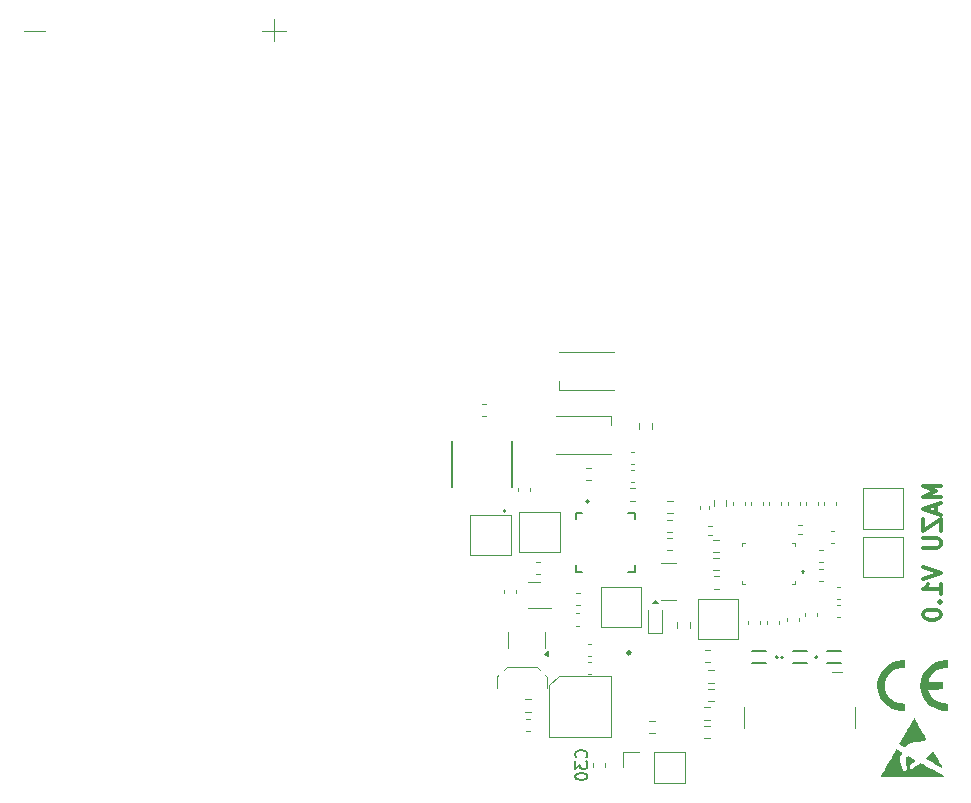
<source format=gbr>
%TF.GenerationSoftware,KiCad,Pcbnew,8.0.5*%
%TF.CreationDate,2024-10-11T13:06:57+01:00*%
%TF.ProjectId,esquema_eletronico,65737175-656d-4615-9f65-6c6574726f6e,rev?*%
%TF.SameCoordinates,Original*%
%TF.FileFunction,Legend,Bot*%
%TF.FilePolarity,Positive*%
%FSLAX46Y46*%
G04 Gerber Fmt 4.6, Leading zero omitted, Abs format (unit mm)*
G04 Created by KiCad (PCBNEW 8.0.5) date 2024-10-11 13:06:57*
%MOMM*%
%LPD*%
G01*
G04 APERTURE LIST*
%ADD10C,0.300000*%
%ADD11C,0.150000*%
%ADD12C,0.120000*%
%ADD13C,0.000000*%
%ADD14C,0.250000*%
%ADD15C,0.100000*%
%ADD16C,0.127000*%
%ADD17C,0.200000*%
G04 APERTURE END LIST*
D10*
X164550828Y-113754510D02*
X163050828Y-113754510D01*
X163050828Y-113754510D02*
X164122257Y-114254510D01*
X164122257Y-114254510D02*
X163050828Y-114754510D01*
X163050828Y-114754510D02*
X164550828Y-114754510D01*
X164122257Y-115397368D02*
X164122257Y-116111654D01*
X164550828Y-115254511D02*
X163050828Y-115754511D01*
X163050828Y-115754511D02*
X164550828Y-116254511D01*
X163050828Y-116611653D02*
X163050828Y-117611653D01*
X163050828Y-117611653D02*
X164550828Y-116611653D01*
X164550828Y-116611653D02*
X164550828Y-117611653D01*
X163050828Y-118183081D02*
X164265114Y-118183081D01*
X164265114Y-118183081D02*
X164407971Y-118254510D01*
X164407971Y-118254510D02*
X164479400Y-118325939D01*
X164479400Y-118325939D02*
X164550828Y-118468796D01*
X164550828Y-118468796D02*
X164550828Y-118754510D01*
X164550828Y-118754510D02*
X164479400Y-118897367D01*
X164479400Y-118897367D02*
X164407971Y-118968796D01*
X164407971Y-118968796D02*
X164265114Y-119040224D01*
X164265114Y-119040224D02*
X163050828Y-119040224D01*
X163050828Y-120683082D02*
X164550828Y-121183082D01*
X164550828Y-121183082D02*
X163050828Y-121683082D01*
X164550828Y-122968796D02*
X164550828Y-122111653D01*
X164550828Y-122540224D02*
X163050828Y-122540224D01*
X163050828Y-122540224D02*
X163265114Y-122397367D01*
X163265114Y-122397367D02*
X163407971Y-122254510D01*
X163407971Y-122254510D02*
X163479400Y-122111653D01*
X164407971Y-123611652D02*
X164479400Y-123683081D01*
X164479400Y-123683081D02*
X164550828Y-123611652D01*
X164550828Y-123611652D02*
X164479400Y-123540224D01*
X164479400Y-123540224D02*
X164407971Y-123611652D01*
X164407971Y-123611652D02*
X164550828Y-123611652D01*
X163050828Y-124611653D02*
X163050828Y-124754510D01*
X163050828Y-124754510D02*
X163122257Y-124897367D01*
X163122257Y-124897367D02*
X163193685Y-124968796D01*
X163193685Y-124968796D02*
X163336542Y-125040224D01*
X163336542Y-125040224D02*
X163622257Y-125111653D01*
X163622257Y-125111653D02*
X163979400Y-125111653D01*
X163979400Y-125111653D02*
X164265114Y-125040224D01*
X164265114Y-125040224D02*
X164407971Y-124968796D01*
X164407971Y-124968796D02*
X164479400Y-124897367D01*
X164479400Y-124897367D02*
X164550828Y-124754510D01*
X164550828Y-124754510D02*
X164550828Y-124611653D01*
X164550828Y-124611653D02*
X164479400Y-124468796D01*
X164479400Y-124468796D02*
X164407971Y-124397367D01*
X164407971Y-124397367D02*
X164265114Y-124325938D01*
X164265114Y-124325938D02*
X163979400Y-124254510D01*
X163979400Y-124254510D02*
X163622257Y-124254510D01*
X163622257Y-124254510D02*
X163336542Y-124325938D01*
X163336542Y-124325938D02*
X163193685Y-124397367D01*
X163193685Y-124397367D02*
X163122257Y-124468796D01*
X163122257Y-124468796D02*
X163050828Y-124611653D01*
D11*
X134504580Y-136782142D02*
X134552200Y-136734523D01*
X134552200Y-136734523D02*
X134599819Y-136591666D01*
X134599819Y-136591666D02*
X134599819Y-136496428D01*
X134599819Y-136496428D02*
X134552200Y-136353571D01*
X134552200Y-136353571D02*
X134456961Y-136258333D01*
X134456961Y-136258333D02*
X134361723Y-136210714D01*
X134361723Y-136210714D02*
X134171247Y-136163095D01*
X134171247Y-136163095D02*
X134028390Y-136163095D01*
X134028390Y-136163095D02*
X133837914Y-136210714D01*
X133837914Y-136210714D02*
X133742676Y-136258333D01*
X133742676Y-136258333D02*
X133647438Y-136353571D01*
X133647438Y-136353571D02*
X133599819Y-136496428D01*
X133599819Y-136496428D02*
X133599819Y-136591666D01*
X133599819Y-136591666D02*
X133647438Y-136734523D01*
X133647438Y-136734523D02*
X133695057Y-136782142D01*
X133599819Y-137115476D02*
X133599819Y-137734523D01*
X133599819Y-137734523D02*
X133980771Y-137401190D01*
X133980771Y-137401190D02*
X133980771Y-137544047D01*
X133980771Y-137544047D02*
X134028390Y-137639285D01*
X134028390Y-137639285D02*
X134076009Y-137686904D01*
X134076009Y-137686904D02*
X134171247Y-137734523D01*
X134171247Y-137734523D02*
X134409342Y-137734523D01*
X134409342Y-137734523D02*
X134504580Y-137686904D01*
X134504580Y-137686904D02*
X134552200Y-137639285D01*
X134552200Y-137639285D02*
X134599819Y-137544047D01*
X134599819Y-137544047D02*
X134599819Y-137258333D01*
X134599819Y-137258333D02*
X134552200Y-137163095D01*
X134552200Y-137163095D02*
X134504580Y-137115476D01*
X133599819Y-138353571D02*
X133599819Y-138448809D01*
X133599819Y-138448809D02*
X133647438Y-138544047D01*
X133647438Y-138544047D02*
X133695057Y-138591666D01*
X133695057Y-138591666D02*
X133790295Y-138639285D01*
X133790295Y-138639285D02*
X133980771Y-138686904D01*
X133980771Y-138686904D02*
X134218866Y-138686904D01*
X134218866Y-138686904D02*
X134409342Y-138639285D01*
X134409342Y-138639285D02*
X134504580Y-138591666D01*
X134504580Y-138591666D02*
X134552200Y-138544047D01*
X134552200Y-138544047D02*
X134599819Y-138448809D01*
X134599819Y-138448809D02*
X134599819Y-138353571D01*
X134599819Y-138353571D02*
X134552200Y-138258333D01*
X134552200Y-138258333D02*
X134504580Y-138210714D01*
X134504580Y-138210714D02*
X134409342Y-138163095D01*
X134409342Y-138163095D02*
X134218866Y-138115476D01*
X134218866Y-138115476D02*
X133980771Y-138115476D01*
X133980771Y-138115476D02*
X133790295Y-138163095D01*
X133790295Y-138163095D02*
X133695057Y-138210714D01*
X133695057Y-138210714D02*
X133647438Y-138258333D01*
X133647438Y-138258333D02*
X133599819Y-138353571D01*
D12*
%TO.C,C39*%
X149510000Y-115159420D02*
X149510000Y-115440580D01*
X148490000Y-115159420D02*
X148490000Y-115440580D01*
%TO.C,C10*%
X149840000Y-125515580D02*
X149840000Y-125234420D01*
X150860000Y-125515580D02*
X150860000Y-125234420D01*
D13*
%TO.C,G\u002A\u002A\u002A*%
G36*
X161506419Y-128870755D02*
G01*
X161506419Y-129186780D01*
X161212769Y-129207791D01*
X160861660Y-129274238D01*
X160540658Y-129416485D01*
X160261220Y-129626667D01*
X160034804Y-129896920D01*
X159926221Y-130090893D01*
X159865579Y-130235862D01*
X159830547Y-130370936D01*
X159814743Y-130530043D01*
X159811655Y-130700000D01*
X159816555Y-130903493D01*
X159835510Y-131055447D01*
X159874900Y-131189790D01*
X159926221Y-131309106D01*
X160114069Y-131612606D01*
X160362033Y-131860904D01*
X160658655Y-132046136D01*
X160992476Y-132160437D01*
X161212769Y-132192209D01*
X161506419Y-132213219D01*
X161506419Y-132529245D01*
X161506419Y-132845270D01*
X161259713Y-132842446D01*
X161066406Y-132828403D01*
X160860121Y-132796088D01*
X160777027Y-132776987D01*
X160407687Y-132647135D01*
X160085810Y-132460937D01*
X159787070Y-132204821D01*
X159513797Y-131875150D01*
X159316274Y-131514977D01*
X159194499Y-131134117D01*
X159148474Y-130742385D01*
X159178199Y-130349598D01*
X159283672Y-129965569D01*
X159464895Y-129600115D01*
X159721868Y-129263052D01*
X159787070Y-129195178D01*
X160111547Y-128926512D01*
X160474018Y-128726478D01*
X160861367Y-128600706D01*
X161260475Y-128554826D01*
X161279453Y-128554730D01*
X161506419Y-128554730D01*
X161506419Y-128870755D01*
G37*
G36*
X165153378Y-128870755D02*
G01*
X165153378Y-129186780D01*
X164859729Y-129207791D01*
X164514675Y-129270867D01*
X164199232Y-129403760D01*
X163926725Y-129598259D01*
X163710477Y-129846151D01*
X163643162Y-129957584D01*
X163561347Y-130109555D01*
X163511435Y-130216925D01*
X163502174Y-130287716D01*
X163542313Y-130329948D01*
X163640601Y-130351641D01*
X163805787Y-130360817D01*
X164046618Y-130365496D01*
X164088957Y-130366290D01*
X164702872Y-130378209D01*
X164702872Y-130700000D01*
X164702872Y-131021790D01*
X164088957Y-131033710D01*
X163836259Y-131038405D01*
X163660495Y-131046416D01*
X163552914Y-131065765D01*
X163504770Y-131104472D01*
X163507312Y-131170558D01*
X163551793Y-131272044D01*
X163629464Y-131416951D01*
X163643162Y-131442416D01*
X163833373Y-131709233D01*
X164085134Y-131925918D01*
X164385121Y-132084259D01*
X164720011Y-132176043D01*
X164859729Y-132192209D01*
X165153378Y-132213219D01*
X165153378Y-132529245D01*
X165153378Y-132845270D01*
X164906672Y-132842446D01*
X164713366Y-132828403D01*
X164507080Y-132796088D01*
X164423986Y-132776987D01*
X164029309Y-132630454D01*
X163673996Y-132415427D01*
X163367015Y-132141195D01*
X163117337Y-131817046D01*
X162933930Y-131452269D01*
X162840995Y-131137668D01*
X162794900Y-130715436D01*
X162832193Y-130303536D01*
X162950491Y-129909790D01*
X163147407Y-129542020D01*
X163420556Y-129208046D01*
X163433357Y-129195178D01*
X163758516Y-128926418D01*
X164121349Y-128726369D01*
X164508793Y-128600636D01*
X164907782Y-128554822D01*
X164926413Y-128554730D01*
X165153378Y-128554730D01*
X165153378Y-128870755D01*
G37*
G36*
X163933127Y-136273478D02*
G01*
X163950133Y-136301625D01*
X163992213Y-136374037D01*
X164054815Y-136482752D01*
X164133389Y-136619803D01*
X164223384Y-136777226D01*
X164320248Y-136947057D01*
X164419431Y-137121331D01*
X164516382Y-137292083D01*
X164606550Y-137451348D01*
X164638927Y-137508688D01*
X164684489Y-137595159D01*
X164710621Y-137656455D01*
X164711719Y-137679415D01*
X164711600Y-137679408D01*
X164679810Y-137664727D01*
X164602904Y-137624341D01*
X164488014Y-137562143D01*
X164342269Y-137482024D01*
X164172802Y-137387878D01*
X163996335Y-137288993D01*
X163811571Y-137184272D01*
X163644802Y-137088268D01*
X163502993Y-137005114D01*
X163393111Y-136938937D01*
X163322121Y-136893870D01*
X163297043Y-136874357D01*
X163311336Y-136837717D01*
X163361234Y-136773060D01*
X163437468Y-136689140D01*
X163530773Y-136594711D01*
X163631881Y-136498528D01*
X163731526Y-136409344D01*
X163820440Y-136335914D01*
X163889356Y-136286991D01*
X163929008Y-136271330D01*
X163933127Y-136273478D01*
G37*
G36*
X162330346Y-133478026D02*
G01*
X162372510Y-133547540D01*
X162437503Y-133657543D01*
X162521903Y-133802177D01*
X162622291Y-133975584D01*
X162735244Y-134171907D01*
X162839266Y-134353625D01*
X162980603Y-134600421D01*
X163094562Y-134800047D01*
X163182518Y-134958053D01*
X163245845Y-135079985D01*
X163285918Y-135171392D01*
X163304110Y-135237822D01*
X163301795Y-135284822D01*
X163280348Y-135317940D01*
X163241142Y-135342723D01*
X163185553Y-135364721D01*
X163114953Y-135389480D01*
X163097422Y-135395894D01*
X162977838Y-135427755D01*
X162803423Y-135455589D01*
X162579308Y-135478629D01*
X162510165Y-135483984D01*
X162282833Y-135503506D01*
X162105365Y-135527130D01*
X161967584Y-135558174D01*
X161859312Y-135599959D01*
X161770371Y-135655805D01*
X161690584Y-135729029D01*
X161661797Y-135760676D01*
X161534397Y-135905878D01*
X161289807Y-135771938D01*
X161045217Y-135637997D01*
X161676395Y-134550500D01*
X161811310Y-134318130D01*
X161936683Y-134102361D01*
X162049351Y-133908618D01*
X162146156Y-133742331D01*
X162223935Y-133608925D01*
X162279530Y-133513828D01*
X162309778Y-133462468D01*
X162314431Y-133454860D01*
X162330346Y-133478026D01*
G37*
G36*
X160814216Y-136102415D02*
G01*
X160880444Y-136133741D01*
X160969281Y-136180435D01*
X161066420Y-136234512D01*
X161157554Y-136287988D01*
X161228376Y-136332879D01*
X161264581Y-136361198D01*
X161265738Y-136362798D01*
X161260513Y-136400838D01*
X161230824Y-136476513D01*
X161182511Y-136575618D01*
X161164259Y-136609616D01*
X161099014Y-136737763D01*
X161065140Y-136830581D01*
X161058257Y-136900985D01*
X161060233Y-136916551D01*
X161081908Y-137019415D01*
X161114341Y-137147296D01*
X161152837Y-137284343D01*
X161192698Y-137414704D01*
X161229226Y-137522525D01*
X161257725Y-137591955D01*
X161263284Y-137601831D01*
X161295717Y-137674155D01*
X161322101Y-137769129D01*
X161325355Y-137786406D01*
X161357148Y-137896978D01*
X161406969Y-137951799D01*
X161478070Y-137953317D01*
X161522474Y-137934927D01*
X161593432Y-137885340D01*
X161638589Y-137833105D01*
X161664081Y-137741509D01*
X161666647Y-137626996D01*
X161646755Y-137521951D01*
X161633651Y-137491702D01*
X161617807Y-137434219D01*
X161604242Y-137332121D01*
X161594652Y-137200840D01*
X161591336Y-137106379D01*
X161589050Y-136964192D01*
X161590816Y-136868640D01*
X161599266Y-136806326D01*
X161617033Y-136763854D01*
X161646748Y-136727826D01*
X161670224Y-136704864D01*
X161755575Y-136623093D01*
X162072319Y-136799431D01*
X162194864Y-136870252D01*
X162295437Y-136933321D01*
X162363761Y-136981840D01*
X162389556Y-137009011D01*
X162389567Y-137009249D01*
X162367073Y-137067744D01*
X162307062Y-137143732D01*
X162222768Y-137222611D01*
X162145053Y-137279052D01*
X162038689Y-137364551D01*
X161963068Y-137461429D01*
X161919900Y-137559726D01*
X161910893Y-137649482D01*
X161937757Y-137720735D01*
X162002202Y-137763525D01*
X162060567Y-137771394D01*
X162132292Y-137749693D01*
X162227681Y-137682425D01*
X162303659Y-137613770D01*
X162385666Y-137543035D01*
X162488352Y-137465703D01*
X162599166Y-137389835D01*
X162705556Y-137323486D01*
X162794972Y-137274717D01*
X162854862Y-137251586D01*
X162868053Y-137251410D01*
X162896020Y-137266436D01*
X162969498Y-137307132D01*
X163081693Y-137369680D01*
X163225808Y-137450261D01*
X163395047Y-137545058D01*
X163582615Y-137650250D01*
X163781715Y-137762022D01*
X163985552Y-137876553D01*
X164187329Y-137990026D01*
X164380252Y-138098622D01*
X164557523Y-138198523D01*
X164712347Y-138285911D01*
X164837928Y-138356967D01*
X164927470Y-138407874D01*
X164972104Y-138433585D01*
X164949907Y-138437768D01*
X164870898Y-138441711D01*
X164738311Y-138445380D01*
X164555380Y-138448744D01*
X164325341Y-138451771D01*
X164051426Y-138454428D01*
X163736872Y-138456683D01*
X163384912Y-138458504D01*
X162998781Y-138459860D01*
X162581713Y-138460716D01*
X162216378Y-138461025D01*
X159415617Y-138461938D01*
X159451356Y-138394385D01*
X159474871Y-138352345D01*
X159523774Y-138266718D01*
X159594334Y-138143939D01*
X159682821Y-137990442D01*
X159785504Y-137812661D01*
X159898652Y-137617032D01*
X160018534Y-137409988D01*
X160141419Y-137197964D01*
X160263577Y-136987394D01*
X160381277Y-136784714D01*
X160490788Y-136596358D01*
X160588378Y-136428759D01*
X160670318Y-136288354D01*
X160732875Y-136181575D01*
X160772321Y-136114859D01*
X160784902Y-136094442D01*
X160814216Y-136102415D01*
G37*
D12*
%TO.C,U2*%
X126935000Y-129960000D02*
X127085000Y-129810000D01*
X126935000Y-130910000D02*
X126935000Y-129960000D01*
X127535000Y-129410000D02*
X127785000Y-129160000D01*
X130385000Y-129160000D02*
X127785000Y-129160000D01*
X130635000Y-129410000D02*
X130385000Y-129160000D01*
X131185000Y-129960000D02*
X131035000Y-129810000D01*
X131185000Y-129960000D02*
X131185000Y-130910000D01*
%TO.C,C31*%
X129459420Y-133550000D02*
X129740580Y-133550000D01*
X129459420Y-134570000D02*
X129740580Y-134570000D01*
%TO.C,C19*%
X146915000Y-115134420D02*
X146915000Y-115415580D01*
X147935000Y-115134420D02*
X147935000Y-115415580D01*
%TO.C,TP4*%
X135800000Y-122375000D02*
X139200000Y-122375000D01*
X135800000Y-125775000D02*
X135800000Y-122375000D01*
X139200000Y-122375000D02*
X139200000Y-125775000D01*
X139200000Y-125775000D02*
X135800000Y-125775000D01*
%TO.C,D7*%
X136600000Y-107850000D02*
X131950000Y-107850000D01*
X136600000Y-108650000D02*
X136600000Y-107850000D01*
X136600000Y-111050000D02*
X131950000Y-111050000D01*
%TO.C,L1*%
X131400000Y-130675000D02*
X132200000Y-129875000D01*
X131400000Y-135075000D02*
X131400000Y-130675000D01*
X132200000Y-129875000D02*
X136600000Y-129875000D01*
X136600000Y-129875000D02*
X136600000Y-135075000D01*
X136600000Y-135075000D02*
X131400000Y-135075000D01*
%TO.C,J1*%
X137670000Y-136295000D02*
X139000000Y-136295000D01*
X137670000Y-137625000D02*
X137670000Y-136295000D01*
X140270000Y-138955000D02*
X140270000Y-136295000D01*
X142870000Y-136295000D02*
X140270000Y-136295000D01*
X142870000Y-138955000D02*
X140270000Y-138955000D01*
X142870000Y-138955000D02*
X142870000Y-136295000D01*
%TO.C,R36*%
X141337742Y-118187500D02*
X141812258Y-118187500D01*
X141337742Y-119232500D02*
X141812258Y-119232500D01*
%TO.C,R32*%
X140342258Y-133677500D02*
X139867742Y-133677500D01*
X140342258Y-134722500D02*
X139867742Y-134722500D01*
%TO.C,C22*%
X150015000Y-115159420D02*
X150015000Y-115440580D01*
X151035000Y-115159420D02*
X151035000Y-115440580D01*
%TO.C,U3*%
X129570000Y-121940000D02*
X130570000Y-121940000D01*
X129570000Y-124160000D02*
X131570000Y-124160000D01*
%TO.C,R31*%
X145337258Y-129402500D02*
X144862742Y-129402500D01*
X145337258Y-130447500D02*
X144862742Y-130447500D01*
%TO.C,C1*%
X128765000Y-114240580D02*
X128765000Y-113959420D01*
X129785000Y-114240580D02*
X129785000Y-113959420D01*
%TO.C,R30*%
X144992258Y-134082500D02*
X144517742Y-134082500D01*
X144992258Y-135127500D02*
X144517742Y-135127500D01*
D14*
%TO.C,IC2*%
X138255000Y-127925000D02*
G75*
G02*
X138005000Y-127925000I-125000J0D01*
G01*
X138005000Y-127925000D02*
G75*
G02*
X138255000Y-127925000I125000J0D01*
G01*
D12*
%TO.C,C6*%
X130309420Y-120265000D02*
X130590580Y-120265000D01*
X130309420Y-121285000D02*
X130590580Y-121285000D01*
%TO.C,TP3*%
X143975000Y-123350000D02*
X147375000Y-123350000D01*
X143975000Y-126750000D02*
X143975000Y-123350000D01*
X147375000Y-123350000D02*
X147375000Y-126750000D01*
X147375000Y-126750000D02*
X143975000Y-126750000D01*
%TO.C,Q4*%
X127895000Y-126177500D02*
X127895000Y-126827500D01*
X127895000Y-127477500D02*
X127895000Y-126827500D01*
X131015000Y-126177500D02*
X131015000Y-126827500D01*
X131015000Y-127477500D02*
X131015000Y-126827500D01*
X131295000Y-128230000D02*
X130965000Y-127990000D01*
X131295000Y-127750000D01*
X131295000Y-128230000D01*
G36*
X131295000Y-128230000D02*
G01*
X130965000Y-127990000D01*
X131295000Y-127750000D01*
X131295000Y-128230000D01*
G37*
%TO.C,TP7*%
X124725000Y-116250000D02*
X128125000Y-116250000D01*
X124725000Y-119650000D02*
X124725000Y-116250000D01*
X128125000Y-116250000D02*
X128125000Y-119650000D01*
X128125000Y-119650000D02*
X124725000Y-119650000D01*
%TO.C,C25*%
X151590000Y-115159420D02*
X151590000Y-115440580D01*
X152610000Y-115159420D02*
X152610000Y-115440580D01*
%TO.C,R6*%
X145327500Y-114987742D02*
X145327500Y-115462258D01*
X146372500Y-114987742D02*
X146372500Y-115462258D01*
%TO.C,R34*%
X144517742Y-132532500D02*
X144992258Y-132532500D01*
X144517742Y-133577500D02*
X144992258Y-133577500D01*
D15*
%TO.C,BT1*%
X86900000Y-75287500D02*
X88700000Y-75287500D01*
X107100000Y-75287500D02*
X109100000Y-75287500D01*
X108100000Y-76087500D02*
X108100000Y-74287500D01*
D12*
%TO.C,C15*%
X156040580Y-122340000D02*
X155759420Y-122340000D01*
X156040580Y-123360000D02*
X155759420Y-123360000D01*
%TO.C,C14*%
X154540580Y-120790000D02*
X154259420Y-120790000D01*
X154540580Y-121810000D02*
X154259420Y-121810000D01*
D16*
%TO.C,U1*%
X123175000Y-113865000D02*
X123175000Y-109965000D01*
X128215000Y-109965000D02*
X128215000Y-113865000D01*
D17*
X127700000Y-115915000D02*
G75*
G02*
X127500000Y-115915000I-100000J0D01*
G01*
X127500000Y-115915000D02*
G75*
G02*
X127700000Y-115915000I100000J0D01*
G01*
D12*
%TO.C,TP5*%
X157975000Y-114000000D02*
X161375000Y-114000000D01*
X157975000Y-117400000D02*
X157975000Y-114000000D01*
X161375000Y-114000000D02*
X161375000Y-117400000D01*
X161375000Y-117400000D02*
X157975000Y-117400000D01*
%TO.C,C16*%
X155734420Y-123890000D02*
X156015580Y-123890000D01*
X155734420Y-124910000D02*
X156015580Y-124910000D01*
%TO.C,C18*%
X154259420Y-119190000D02*
X154540580Y-119190000D01*
X154259420Y-120210000D02*
X154540580Y-120210000D01*
%TO.C,J2*%
X147850000Y-134275000D02*
X147850000Y-132495000D01*
X156150000Y-129575000D02*
X155350000Y-129575000D01*
X157250000Y-134275000D02*
X157250000Y-132495000D01*
%TO.C,R22*%
X145287742Y-118377500D02*
X145762258Y-118377500D01*
X145287742Y-119422500D02*
X145762258Y-119422500D01*
%TO.C,D5*%
X139750000Y-126235000D02*
X139750000Y-124275000D01*
X139750000Y-126235000D02*
X140950000Y-126235000D01*
X140950000Y-126235000D02*
X140950000Y-124275000D01*
%TO.C,R25*%
X144195000Y-115471359D02*
X144195000Y-115778641D01*
X144955000Y-115471359D02*
X144955000Y-115778641D01*
%TO.C,R24*%
X145787258Y-121452500D02*
X145312742Y-121452500D01*
X145787258Y-122497500D02*
X145312742Y-122497500D01*
%TO.C,R8*%
X129372742Y-131847500D02*
X129847258Y-131847500D01*
X129372742Y-132892500D02*
X129847258Y-132892500D01*
D15*
%TO.C,U6*%
X147725000Y-118600000D02*
X147975000Y-118600000D01*
X147725000Y-118850000D02*
X147725000Y-118600000D01*
X147725000Y-121850000D02*
X147725000Y-122100000D01*
X147725000Y-122100000D02*
X147975000Y-122100000D01*
X151975000Y-118600000D02*
X152225000Y-118600000D01*
X151975000Y-122100000D02*
X152225000Y-122100000D01*
X152225000Y-118600000D02*
X152225000Y-118850000D01*
X152225000Y-122100000D02*
X152225000Y-121850000D01*
D17*
X152875000Y-120950000D02*
X152875000Y-120950000D01*
X152875000Y-121150000D02*
X152875000Y-121150000D01*
X152875000Y-120950000D02*
G75*
G02*
X152875000Y-121150000I0J-100000D01*
G01*
X152875000Y-121150000D02*
G75*
G02*
X152875000Y-120950000I0J100000D01*
G01*
D12*
%TO.C,D6*%
X132250000Y-102475000D02*
X136900000Y-102475000D01*
X132250000Y-104875000D02*
X132250000Y-105675000D01*
X132250000Y-105675000D02*
X136900000Y-105675000D01*
D16*
%TO.C,U8*%
X133625000Y-116060000D02*
X134170000Y-116060000D01*
X133625000Y-116605000D02*
X133625000Y-116060000D01*
X133625000Y-121060000D02*
X133625000Y-120515000D01*
X134170000Y-121060000D02*
X133625000Y-121060000D01*
X138080000Y-116060000D02*
X138625000Y-116060000D01*
X138080000Y-121060000D02*
X138625000Y-121060000D01*
X138625000Y-116060000D02*
X138625000Y-116605000D01*
X138625000Y-120515000D02*
X138625000Y-121060000D01*
D17*
X134725000Y-115105000D02*
G75*
G02*
X134525000Y-115105000I-100000J0D01*
G01*
X134525000Y-115105000D02*
G75*
G02*
X134725000Y-115105000I100000J0D01*
G01*
D12*
%TO.C,C27*%
X133664420Y-124590000D02*
X133945580Y-124590000D01*
X133664420Y-125610000D02*
X133945580Y-125610000D01*
%TO.C,C26*%
X133689420Y-122840000D02*
X133970580Y-122840000D01*
X133689420Y-123860000D02*
X133970580Y-123860000D01*
%TO.C,TP6*%
X157975000Y-118125000D02*
X161375000Y-118125000D01*
X157975000Y-121525000D02*
X157975000Y-118125000D01*
X161375000Y-118125000D02*
X161375000Y-121525000D01*
X161375000Y-121525000D02*
X157975000Y-121525000D01*
%TO.C,C13*%
X151490000Y-125240580D02*
X151490000Y-124959420D01*
X152510000Y-125240580D02*
X152510000Y-124959420D01*
%TO.C,R28*%
X142227500Y-125787258D02*
X142227500Y-125312742D01*
X143272500Y-125787258D02*
X143272500Y-125312742D01*
%TO.C,R39*%
X141837258Y-115062500D02*
X141362742Y-115062500D01*
X141837258Y-116107500D02*
X141362742Y-116107500D01*
%TO.C,C20*%
X155490580Y-117590000D02*
X155209420Y-117590000D01*
X155490580Y-118610000D02*
X155209420Y-118610000D01*
%TO.C,R27*%
X144861359Y-117195000D02*
X145168641Y-117195000D01*
X144861359Y-117955000D02*
X145168641Y-117955000D01*
%TO.C,R9*%
X134962258Y-112277500D02*
X134487742Y-112277500D01*
X134962258Y-113322500D02*
X134487742Y-113322500D01*
D16*
%TO.C,D4*%
X154902500Y-127780000D02*
X156102500Y-127780000D01*
X156102500Y-128820000D02*
X154902500Y-128820000D01*
D17*
X154102500Y-128300000D02*
G75*
G02*
X153902500Y-128300000I-100000J0D01*
G01*
X153902500Y-128300000D02*
G75*
G02*
X154102500Y-128300000I100000J0D01*
G01*
D12*
%TO.C,C28*%
X134639420Y-128715000D02*
X134920580Y-128715000D01*
X134639420Y-129735000D02*
X134920580Y-129735000D01*
%TO.C,R23*%
X145287742Y-119902500D02*
X145762258Y-119902500D01*
X145287742Y-120947500D02*
X145762258Y-120947500D01*
%TO.C,C23*%
X154665000Y-115159420D02*
X154665000Y-115440580D01*
X155685000Y-115159420D02*
X155685000Y-115440580D01*
%TO.C,C38*%
X138590580Y-112450000D02*
X138309420Y-112450000D01*
X138590580Y-113470000D02*
X138309420Y-113470000D01*
%TO.C,C24*%
X153140000Y-115159420D02*
X153140000Y-115440580D01*
X154160000Y-115159420D02*
X154160000Y-115440580D01*
%TO.C,R38*%
X138687258Y-113987500D02*
X138212742Y-113987500D01*
X138687258Y-115032500D02*
X138212742Y-115032500D01*
%TO.C,C29*%
X134664420Y-127165000D02*
X134945580Y-127165000D01*
X134664420Y-128185000D02*
X134945580Y-128185000D01*
%TO.C,C5*%
X127590000Y-122559420D02*
X127590000Y-122840580D01*
X128610000Y-122559420D02*
X128610000Y-122840580D01*
%TO.C,R26*%
X152446359Y-117070000D02*
X152753641Y-117070000D01*
X152446359Y-117830000D02*
X152753641Y-117830000D01*
%TO.C,C30*%
X135065000Y-137565580D02*
X135065000Y-137284420D01*
X136085000Y-137565580D02*
X136085000Y-137284420D01*
%TO.C,R29*%
X145042258Y-127682500D02*
X144567742Y-127682500D01*
X145042258Y-128727500D02*
X144567742Y-128727500D01*
%TO.C,Q3*%
X140867500Y-120340000D02*
X141517500Y-120340000D01*
X140867500Y-123460000D02*
X141517500Y-123460000D01*
X142167500Y-120340000D02*
X141517500Y-120340000D01*
X142167500Y-123460000D02*
X141517500Y-123460000D01*
X140595000Y-123740000D02*
X140115000Y-123740000D01*
X140355000Y-123410000D01*
X140595000Y-123740000D01*
G36*
X140595000Y-123740000D02*
G01*
X140115000Y-123740000D01*
X140355000Y-123410000D01*
X140595000Y-123740000D01*
G37*
D16*
%TO.C,D3*%
X148565000Y-127780000D02*
X149765000Y-127780000D01*
X149765000Y-128820000D02*
X148565000Y-128820000D01*
D17*
X150765000Y-128300000D02*
G75*
G02*
X150565000Y-128300000I-100000J0D01*
G01*
X150565000Y-128300000D02*
G75*
G02*
X150765000Y-128300000I100000J0D01*
G01*
D12*
%TO.C,C17*%
X148240000Y-125515580D02*
X148240000Y-125234420D01*
X149260000Y-125515580D02*
X149260000Y-125234420D01*
%TO.C,R37*%
X141812258Y-116637500D02*
X141337742Y-116637500D01*
X141812258Y-117682500D02*
X141337742Y-117682500D01*
%TO.C,R33*%
X144837742Y-130952500D02*
X145312258Y-130952500D01*
X144837742Y-131997500D02*
X145312258Y-131997500D01*
D16*
%TO.C,D2*%
X152002500Y-127780000D02*
X153202500Y-127780000D01*
X153202500Y-128820000D02*
X152002500Y-128820000D01*
D17*
X151202500Y-128300000D02*
G75*
G02*
X151002500Y-128300000I-100000J0D01*
G01*
X151002500Y-128300000D02*
G75*
G02*
X151202500Y-128300000I100000J0D01*
G01*
D12*
%TO.C,TP8*%
X128875000Y-116025000D02*
X132275000Y-116025000D01*
X128875000Y-119425000D02*
X128875000Y-116025000D01*
X132275000Y-116025000D02*
X132275000Y-119425000D01*
X132275000Y-119425000D02*
X128875000Y-119425000D01*
%TO.C,R7*%
X139027500Y-108937258D02*
X139027500Y-108462742D01*
X140072500Y-108937258D02*
X140072500Y-108462742D01*
%TO.C,C2*%
X126015580Y-106815000D02*
X125734420Y-106815000D01*
X126015580Y-107835000D02*
X125734420Y-107835000D01*
%TO.C,C37*%
X138590580Y-110900000D02*
X138309420Y-110900000D01*
X138590580Y-111920000D02*
X138309420Y-111920000D01*
%TO.C,C21*%
X153015000Y-124840580D02*
X153015000Y-124559420D01*
X154035000Y-124840580D02*
X154035000Y-124559420D01*
%TD*%
M02*

</source>
